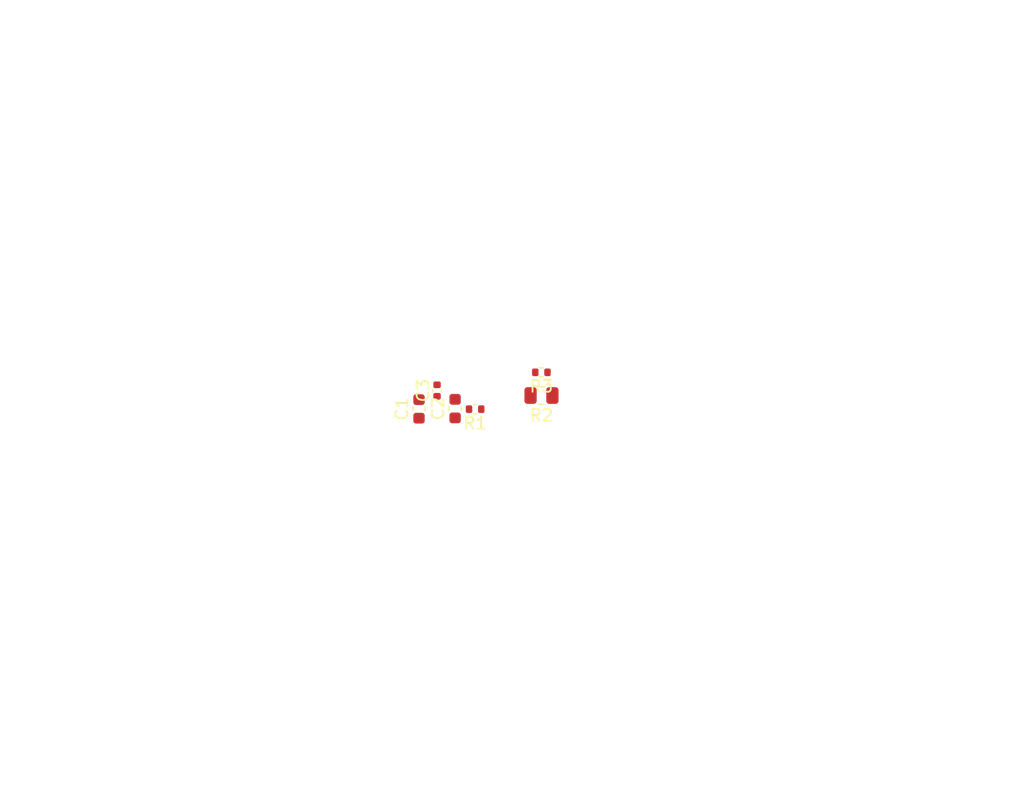
<source format=kicad_pcb>
(kicad_pcb (version 20240108) (generator "pcbnew") (generator_version "8.0")
  (layers (0 "F.Cu" signal) (31 "B.Cu" signal) (34 "B.Paste" user) (35 "F.Paste" user) (36 "B.SilkS" user "B.Silkscreen") (37 "F.SilkS" user "F.Silkscreen") (38 "B.Mask" user) (39 "F.Mask" user) (44 "Edge.Cuts" user))
  (net 0 "")
  (net 1 "p-2")
  (net 2 "p")
  (net 3 "p-1")
  (net 4 "n-2")
  (net 5 "n")
  (net 6 "sense_filter-n-1")
  (net 7 "bleed_filter_bot-n-1")
  (footprint "lib:C0603" (layer "F.Cu") (at 224.285956 -72.963335 90)
    (property "Reference" "C1" (at 0 -1.43 270) (layer "F.SilkS"))
    (property "Value" "50V 10nF X7R ±10% 0603  Multilayer Ceramic Capacitors MLCC - SMD/SMT ROHS")
    (fp_line (start -0.14058 -0.51) (end 0.14058 -0.51) (stroke (width 0.12)) (layer "F.SilkS"))
    (fp_line (start -0.14058 0.51) (end 0.14058 0.51) (stroke (width 0.12)) (layer "F.SilkS"))
    (pad "1" smd roundrect (at -0.775 0 90) (size 0.9 0.95) (layers "F.Cu" "F.Paste" "F.Mask") (net 3 "p-1"))
    (pad "2" smd roundrect (at 0.775 0 90) (size 0.9 0.95) (layers "F.Cu" "F.Paste" "F.Mask") (net 6 "sense_filter-n-1"))
  )
  (footprint "lib:C0603" (layer "F.Cu") (at 227.302527 -72.989792 90)
    (property "Reference" "C2" (at 0 -1.43 270) (layer "F.SilkS"))
    (property "Value" "50V 100nF X7R ±10% 0603  Multilayer Ceramic Capacitors MLCC - SMD/SMT ROHS")
    (fp_line (start -0.14058 -0.51) (end 0.14058 -0.51) (stroke (width 0.12)) (layer "F.SilkS"))
    (fp_line (start -0.14058 0.51) (end 0.14058 0.51) (stroke (width 0.12)) (layer "F.SilkS"))
    (pad "1" smd roundrect (at -0.775 0 90) (size 0.9 0.95) (layers "F.Cu" "F.Paste" "F.Mask") (net 1 "p-2"))
    (pad "2" smd roundrect (at 0.775 0 90) (size 0.9 0.95) (layers "F.Cu" "F.Paste" "F.Mask") (net 4 "n-2"))
  )
  (footprint "lib:R0805" (layer "F.Cu") (at 234.517772 -74.082956 180)
    (property "Reference" "R2" (at 0 -1.65 180) (layer "F.SilkS"))
    (property "Value" "125mW Thick Film Resistors 150V ±1% ±200ppm/℃ 20Ω 0805  Chip Resistor - Surface Mount ROHS")
    (fp_line (start -0.227064 0.735) (end 0.227064 0.735) (stroke (width 0.12)) (layer "F.SilkS"))
    (fp_line (start -0.227064 -0.735) (end 0.227064 -0.735) (stroke (width 0.12)) (layer "F.SilkS"))
    (pad "1" smd roundrect (at -0.9125 0 180) (size 1.025 1.4) (layers "F.Cu" "F.Paste" "F.Mask") (roundrect_rratio 0.243902) (net 2 "p"))
    (pad "2" smd roundrect (at 0.9125 0 180) (size 1.025 1.4) (layers "F.Cu" "F.Paste" "F.Mask") (roundrect_rratio 0.243902) (net 1 "p-2"))
  )
  (footprint "lib:C0402" (layer "F.Cu") (at 225.794016 -74.498325 90)
    (property "Reference" "C3" (at 0 -1.16 270) (layer "F.SilkS"))
    (property "Value" "16V 100nF X7R ±10% 0402  Multilayer Ceramic Capacitors MLCC - SMD/SMT ROHS")
    (fp_line (start -0.107836 -0.36) (end 0.107836 -0.36) (stroke (width 0.12)) (layer "F.SilkS"))
    (fp_line (start -0.107836 0.36) (end 0.107836 0.36) (stroke (width 0.12)) (layer "F.SilkS"))
    (pad "1" smd roundrect (at -0.48 0 90) (size 0.56 0.62) (layers "F.Cu" "F.Paste" "F.Mask") (net 4 "n-2"))
    (pad "2" smd roundrect (at 0.48 0 90) (size 0.56 0.62) (layers "F.Cu" "F.Paste" "F.Mask") (net 7 "bleed_filter_bot-n-1"))
  )
  (footprint "lib:R0402" (layer "F.Cu") (at 234.51 -76.022 180)
    (property "Reference" "R3" (at 0 -1.17 180) (layer "F.SilkS"))
    (property "Value" "62.5mW Thick Film Resistors 50V ±100ppm/℃ ±1% 1.62kΩ 0402  Chip Resistor - Surface Mount ROHS")
    (fp_line (start -0.153641 0.38) (end 0.153641 0.38) (stroke (width 0.12)) (layer "F.SilkS"))
    (fp_line (start -0.153641 -0.38) (end 0.153641 -0.38) (stroke (width 0.12)) (layer "F.SilkS"))
    (pad "1" smd roundrect (at -0.51 0 180) (size 0.54 0.64) (layers "F.Cu" "F.Paste" "F.Mask") (net 5 "n"))
    (pad "2" smd roundrect (at 0.51 0 180) (size 0.54 0.64) (layers "F.Cu" "F.Paste" "F.Mask") (net 4 "n-2"))
  )
  (footprint "lib:R0402" (layer "F.Cu") (at 228.978058 -72.942888 180)
    (property "Reference" "R1" (at 0 -1.17 180) (layer "F.SilkS"))
    (property "Value" "62.5mW Thick Film Resistors 50V ±100ppm/℃ ±1% 200Ω 0402  Chip Resistor - Surface Mount ROHS")
    (fp_line (start -0.153641 0.38) (end 0.153641 0.38) (stroke (width 0.12)) (layer "F.SilkS"))
    (fp_line (start -0.153641 -0.38) (end 0.153641 -0.38) (stroke (width 0.12)) (layer "F.SilkS"))
    (pad "1" smd roundrect (at -0.51 0 180) (size 0.54 0.64) (layers "F.Cu" "F.Paste" "F.Mask") (net 2 "p"))
    (pad "2" smd roundrect (at 0.51 0 180) (size 0.54 0.64) (layers "F.Cu" "F.Paste" "F.Mask") (net 3 "p-1"))
  )
)
</source>
